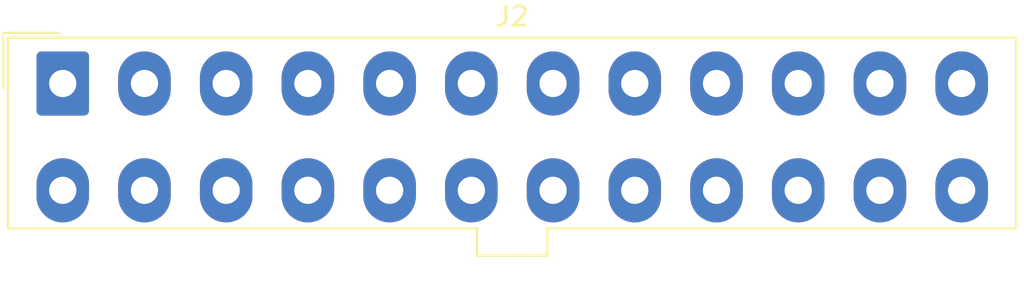
<source format=kicad_pcb>
(kicad_pcb (version 20221018) (generator pcbnew)
  (layers (0 "F.Cu" signal) (31 "B.Cu" signal) (34 "B.Paste" user) (35 "F.Paste" user) (36 "B.SilkS" user "B.Silkscreen") (37 "F.SilkS" user "F.Silkscreen") (38 "B.Mask" user) (39 "F.Mask" user) (44 "Edge.Cuts" user))
  (net 0 "")
  (net 1 "Net-(J2-+3.3V-Pad1)")
  (net 2 "Net-(J2-GND-Pad15)")
  (net 3 "Net-(J2-+5V-Pad21)")
  (net 6 "Net-(J2-+12V-Pad10)")
  (footprint "Connector_Molex:Molex_Mini-Fit_Jr_5566-24A_2x12_P4.20mm_Vertical" (layer "F.Cu") (at 69.6 46)
    (fp_text reference "J2" (at 23.1 -3.45) (layer "F.SilkS"))
    (fp_text value "ATX-24")
    (fp_line (start -3.05 -2.6) (end -3.05 0.25) (stroke (width 0.12)) (layer "F.SilkS"))
    (fp_line (start -2.81 -2.36) (end -2.81 7.46) (stroke (width 0.12)) (layer "F.SilkS"))
    (fp_line (start -2.81 7.46) (end 21.29 7.46) (stroke (width 0.12)) (layer "F.SilkS"))
    (fp_line (start -0.2 -2.6) (end -3.05 -2.6) (stroke (width 0.12)) (layer "F.SilkS"))
    (fp_line (start 21.29 7.46) (end 21.29 8.86) (stroke (width 0.12)) (layer "F.SilkS"))
    (fp_line (start 21.29 8.86) (end 23.1 8.86) (stroke (width 0.12)) (layer "F.SilkS"))
    (fp_line (start 23.1 -2.36) (end -2.81 -2.36) (stroke (width 0.12)) (layer "F.SilkS"))
    (fp_line (start 23.1 -2.36) (end 49.01 -2.36) (stroke (width 0.12)) (layer "F.SilkS"))
    (fp_line (start 24.91 7.46) (end 24.91 8.86) (stroke (width 0.12)) (layer "F.SilkS"))
    (fp_line (start 24.91 8.86) (end 23.1 8.86) (stroke (width 0.12)) (layer "F.SilkS"))
    (fp_line (start 49.01 -2.36) (end 49.01 7.46) (stroke (width 0.12)) (layer "F.SilkS"))
    (fp_line (start 49.01 7.46) (end 24.91 7.46) (stroke (width 0.12)) (layer "F.SilkS"))
    (pad "1" thru_hole roundrect (at 0 0) (size 2.7 3.3) (drill 1.4) (layers "*.Cu" "*.Mask") (roundrect_rratio 0.092593) (net 1 "Net-(J2-+3.3V-Pad1)"))
    (pad "2" thru_hole oval (at 4.2 0) (size 2.7 3.3) (drill 1.4) (layers "*.Cu" "*.Mask") (net 1 "Net-(J2-+3.3V-Pad1)"))
    (pad "3" thru_hole oval (at 8.4 0) (size 2.7 3.3) (drill 1.4) (layers "*.Cu" "*.Mask") (net 2 "Net-(J2-GND-Pad15)"))
    (pad "4" thru_hole oval (at 12.6 0) (size 2.7 3.3) (drill 1.4) (layers "*.Cu" "*.Mask") (net 3 "Net-(J2-+5V-Pad21)"))
    (pad "5" thru_hole oval (at 16.8 0) (size 2.7 3.3) (drill 1.4) (layers "*.Cu" "*.Mask") (net 2 "Net-(J2-GND-Pad15)"))
    (pad "6" thru_hole oval (at 21 0) (size 2.7 3.3) (drill 1.4) (layers "*.Cu" "*.Mask") (net 3 "Net-(J2-+5V-Pad21)"))
    (pad "7" thru_hole oval (at 25.2 0) (size 2.7 3.3) (drill 1.4) (layers "*.Cu" "*.Mask") (net 2 "Net-(J2-GND-Pad15)"))
    (pad "8" thru_hole oval (at 29.4 0) (size 2.7 3.3) (drill 1.4) (layers "*.Cu" "*.Mask"))
    (pad "9" thru_hole oval (at 33.6 0) (size 2.7 3.3) (drill 1.4) (layers "*.Cu" "*.Mask"))
    (pad "10" thru_hole oval (at 37.8 0) (size 2.7 3.3) (drill 1.4) (layers "*.Cu" "*.Mask") (net 6 "Net-(J2-+12V-Pad10)"))
    (pad "11" thru_hole oval (at 42 0) (size 2.7 3.3) (drill 1.4) (layers "*.Cu" "*.Mask") (net 6 "Net-(J2-+12V-Pad10)"))
    (pad "12" thru_hole oval (at 46.2 0) (size 2.7 3.3) (drill 1.4) (layers "*.Cu" "*.Mask") (net 1 "Net-(J2-+3.3V-Pad1)"))
    (pad "13" thru_hole oval (at 0 5.5) (size 2.7 3.3) (drill 1.4) (layers "*.Cu" "*.Mask") (net 1 "Net-(J2-+3.3V-Pad1)"))
    (pad "14" thru_hole oval (at 4.2 5.5) (size 2.7 3.3) (drill 1.4) (layers "*.Cu" "*.Mask"))
    (pad "15" thru_hole oval (at 8.4 5.5) (size 2.7 3.3) (drill 1.4) (layers "*.Cu" "*.Mask") (net 2 "Net-(J2-GND-Pad15)"))
    (pad "16" thru_hole oval (at 12.6 5.5) (size 2.7 3.3) (drill 1.4) (layers "*.Cu" "*.Mask"))
    (pad "17" thru_hole oval (at 16.8 5.5) (size 2.7 3.3) (drill 1.4) (layers "*.Cu" "*.Mask") (net 2 "Net-(J2-GND-Pad15)"))
    (pad "18" thru_hole oval (at 21 5.5) (size 2.7 3.3) (drill 1.4) (layers "*.Cu" "*.Mask") (net 2 "Net-(J2-GND-Pad15)"))
    (pad "19" thru_hole oval (at 25.2 5.5) (size 2.7 3.3) (drill 1.4) (layers "*.Cu" "*.Mask") (net 2 "Net-(J2-GND-Pad15)"))
    (pad "20" thru_hole oval (at 29.4 5.5) (size 2.7 3.3) (drill 1.4) (layers "*.Cu" "*.Mask"))
    (pad "21" thru_hole oval (at 33.6 5.5) (size 2.7 3.3) (drill 1.4) (layers "*.Cu" "*.Mask") (net 3 "Net-(J2-+5V-Pad21)"))
    (pad "22" thru_hole oval (at 37.8 5.5) (size 2.7 3.3) (drill 1.4) (layers "*.Cu" "*.Mask") (net 3 "Net-(J2-+5V-Pad21)"))
    (pad "23" thru_hole oval (at 42 5.5) (size 2.7 3.3) (drill 1.4) (layers "*.Cu" "*.Mask") (net 3 "Net-(J2-+5V-Pad21)"))
    (pad "24" thru_hole oval (at 46.2 5.5) (size 2.7 3.3) (drill 1.4) (layers "*.Cu" "*.Mask") (net 2 "Net-(J2-GND-Pad15)"))
  )
)
</source>
